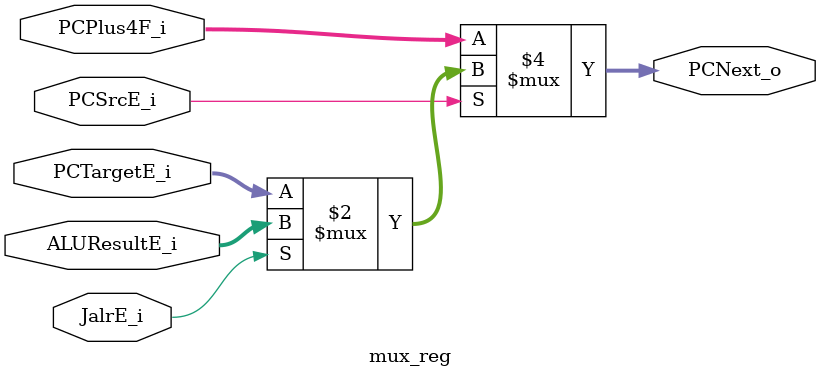
<source format=sv>
module mux_reg #(
    parameter DATA_WIDTH = 32
)(
    input  logic [DATA_WIDTH-1:0] PCPlus4F_i,
    input  logic [DATA_WIDTH-1:0] PCTargetE_i,
    input  logic [DATA_WIDTH-1:0] ALUResultE_i,
    input  logic                  PCSrcE_i,
    input  logic                  JalrE_i, // from top: (JumpE && ALUSrcE)
    output logic [DATA_WIDTH-1:0] PCNext_o
);

    always_comb begin
        if (PCSrcE_i) begin // If jump/branch taken
            // JALR uses ALU Result, others use PC adder target
            PCNext_o = (JalrE_i) ? ALUResultE_i : PCTargetE_i;
        end else begin
            // Step through normally
            PCNext_o = PCPlus4F_i;
        end
    end

endmodule

</source>
